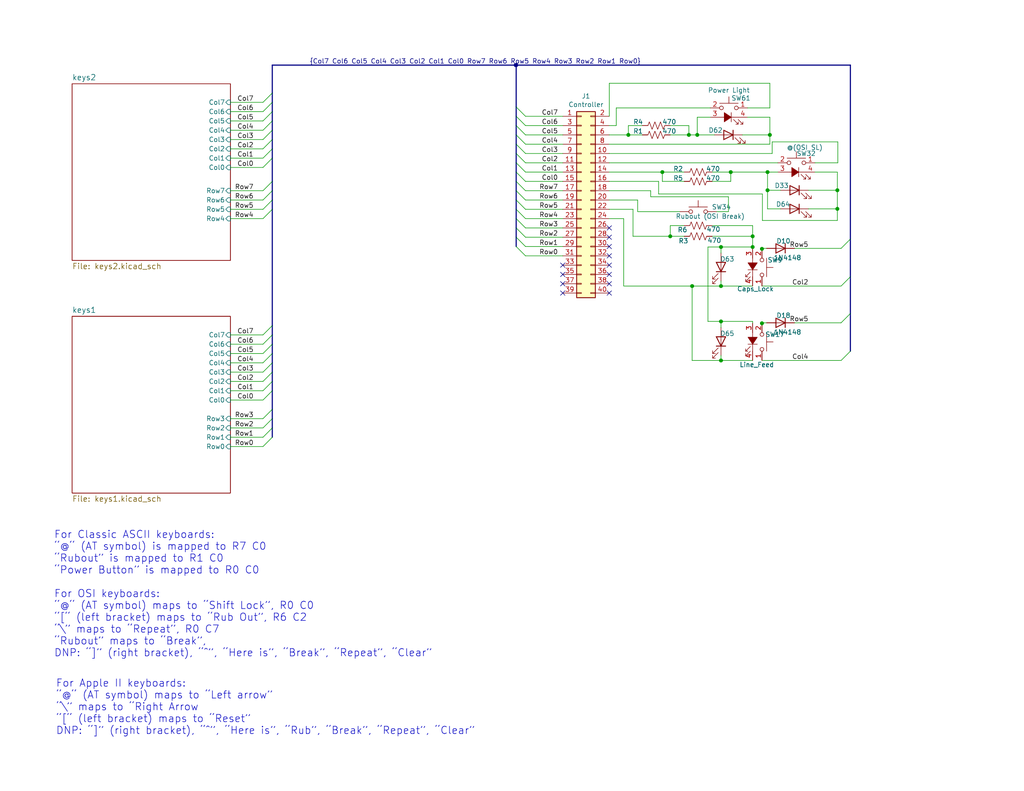
<source format=kicad_sch>
(kicad_sch (version 20211123) (generator eeschema)
  (paper "USLetter")
  (title_block (title "Unified Retro Keyboard") (date "2022-04-09") (rev "1.13") (company "OSIWeb.org") (comment 1 "Main sheet with connector"))
  (lib_symbols
    (symbol "Connector_Generic:Conn_02x20_Odd_Even" (pin_names (offset 1.016) hide)
      (property "Reference" "J" (at 1.27 25.4 0))
      (property "Value" "Conn_02x20_Odd_Even" (at 1.27 -27.94 0))
      (symbol "Conn_02x20_Odd_Even_1_1"
        (rectangle (start -1.27 -25.273) (end 0 -25.527) (stroke (width 0.1524)))
        (rectangle (start -1.27 -22.733) (end 0 -22.987) (stroke (width 0.1524)))
        (rectangle (start -1.27 -20.193) (end 0 -20.447) (stroke (width 0.1524)))
        (rectangle (start -1.27 -17.653) (end 0 -17.907) (stroke (width 0.1524)))
        (rectangle (start -1.27 -15.113) (end 0 -15.367) (stroke (width 0.1524)))
        (rectangle (start -1.27 -12.573) (end 0 -12.827) (stroke (width 0.1524)))
        (rectangle (start -1.27 -10.033) (end 0 -10.287) (stroke (width 0.1524)))
        (rectangle (start -1.27 -7.493) (end 0 -7.747) (stroke (width 0.1524)))
        (rectangle (start -1.27 -4.953) (end 0 -5.207) (stroke (width 0.1524)))
        (rectangle (start -1.27 -2.413) (end 0 -2.667) (stroke (width 0.1524)))
        (rectangle (start -1.27 0.127) (end 0 -0.127) (stroke (width 0.1524)))
        (rectangle (start -1.27 2.667) (end 0 2.413) (stroke (width 0.1524)))
        (rectangle (start -1.27 5.207) (end 0 4.953) (stroke (width 0.1524)))
        (rectangle (start -1.27 7.747) (end 0 7.493) (stroke (width 0.1524)))
        (rectangle (start -1.27 10.287) (end 0 10.033) (stroke (width 0.1524)))
        (rectangle (start -1.27 12.827) (end 0 12.573) (stroke (width 0.1524)))
        (rectangle (start -1.27 15.367) (end 0 15.113) (stroke (width 0.1524)))
        (rectangle (start -1.27 17.907) (end 0 17.653) (stroke (width 0.1524)))
        (rectangle (start -1.27 20.447) (end 0 20.193) (stroke (width 0.1524)))
        (rectangle (start -1.27 22.987) (end 0 22.733) (stroke (width 0.1524)))
        (rectangle (start -1.27 24.13) (end 3.81 -26.67) (stroke (width 0.254)) (fill (type background)))
        (rectangle (start 3.81 -25.273) (end 2.54 -25.527) (stroke (width 0.1524)))
        (rectangle (start 3.81 -22.733) (end 2.54 -22.987) (stroke (width 0.1524)))
        (rectangle (start 3.81 -20.193) (end 2.54 -20.447) (stroke (width 0.1524)))
        (rectangle (start 3.81 -17.653) (end 2.54 -17.907) (stroke (width 0.1524)))
        (rectangle (start 3.81 -15.113) (end 2.54 -15.367) (stroke (width 0.1524)))
        (rectangle (start 3.81 -12.573) (end 2.54 -12.827) (stroke (width 0.1524)))
        (rectangle (start 3.81 -10.033) (end 2.54 -10.287) (stroke (width 0.1524)))
        (rectangle (start 3.81 -7.493) (end 2.54 -7.747) (stroke (width 0.1524)))
        (rectangle (start 3.81 -4.953) (end 2.54 -5.207) (stroke (width 0.1524)))
        (rectangle (start 3.81 -2.413) (end 2.54 -2.667) (stroke (width 0.1524)))
        (rectangle (start 3.81 0.127) (end 2.54 -0.127) (stroke (width 0.1524)))
        (rectangle (start 3.81 2.667) (end 2.54 2.413) (stroke (width 0.1524)))
        (rectangle (start 3.81 5.207) (end 2.54 4.953) (stroke (width 0.1524)))
        (rectangle (start 3.81 7.747) (end 2.54 7.493) (stroke (width 0.1524)))
        (rectangle (start 3.81 10.287) (end 2.54 10.033) (stroke (width 0.1524)))
        (rectangle (start 3.81 12.827) (end 2.54 12.573) (stroke (width 0.1524)))
        (rectangle (start 3.81 15.367) (end 2.54 15.113) (stroke (width 0.1524)))
        (rectangle (start 3.81 17.907) (end 2.54 17.653) (stroke (width 0.1524)))
        (rectangle (start 3.81 20.447) (end 2.54 20.193) (stroke (width 0.1524)))
        (rectangle (start 3.81 22.987) (end 2.54 22.733) (stroke (width 0.1524)))
        (pin passive line (at -5.08 22.86 0) (length 3.81) (name "Pin_1") (number "1"))
        (pin passive line (at 7.62 12.7 180) (length 3.81) (name "Pin_10") (number "10"))
        (pin passive line (at -5.08 10.16 0) (length 3.81) (name "Pin_11") (number "11"))
        (pin passive line (at 7.62 10.16 180) (length 3.81) (name "Pin_12") (number "12"))
        (pin passive line (at -5.08 7.62 0) (length 3.81) (name "Pin_13") (number "13"))
        (pin passive line (at 7.62 7.62 180) (length 3.81) (name "Pin_14") (number "14"))
        (pin passive line (at -5.08 5.08 0) (length 3.81) (name "Pin_15") (number "15"))
        (pin passive line (at 7.62 5.08 180) (length 3.81) (name "Pin_16") (number "16"))
        (pin passive line (at -5.08 2.54 0) (length 3.81) (name "Pin_17") (number "17"))
        (pin passive line (at 7.62 2.54 180) (length 3.81) (name "Pin_18") (number "18"))
        (pin passive line (at -5.08 0 0) (length 3.81) (name "Pin_19") (number "19"))
        (pin passive line (at 7.62 22.86 180) (length 3.81) (name "Pin_2") (number "2"))
        (pin passive line (at 7.62 0 180) (length 3.81) (name "Pin_20") (number "20"))
        (pin passive line (at -5.08 -2.54 0) (length 3.81) (name "Pin_21") (number "21"))
        (pin passive line (at 7.62 -2.54 180) (length 3.81) (name "Pin_22") (number "22"))
        (pin passive line (at -5.08 -5.08 0) (length 3.81) (name "Pin_23") (number "23"))
        (pin passive line (at 7.62 -5.08 180) (length 3.81) (name "Pin_24") (number "24"))
        (pin passive line (at -5.08 -7.62 0) (length 3.81) (name "Pin_25") (number "25"))
        (pin passive line (at 7.62 -7.62 180) (length 3.81) (name "Pin_26") (number "26"))
        (pin passive line (at -5.08 -10.16 0) (length 3.81) (name "Pin_27") (number "27"))
        (pin passive line (at 7.62 -10.16 180) (length 3.81) (name "Pin_28") (number "28"))
        (pin passive line (at -5.08 -12.7 0) (length 3.81) (name "Pin_29") (number "29"))
        (pin passive line (at -5.08 20.32 0) (length 3.81) (name "Pin_3") (number "3"))
        (pin passive line (at 7.62 -12.7 180) (length 3.81) (name "Pin_30") (number "30"))
        (pin passive line (at -5.08 -15.24 0) (length 3.81) (name "Pin_31") (number "31"))
        (pin passive line (at 7.62 -15.24 180) (length 3.81) (name "Pin_32") (number "32"))
        (pin passive line (at -5.08 -17.78 0) (length 3.81) (name "Pin_33") (number "33"))
        (pin passive line (at 7.62 -17.78 180) (length 3.81) (name "Pin_34") (number "34"))
        (pin passive line (at -5.08 -20.32 0) (length 3.81) (name "Pin_35") (number "35"))
        (pin passive line (at 7.62 -20.32 180) (length 3.81) (name "Pin_36") (number "36"))
        (pin passive line (at -5.08 -22.86 0) (length 3.81) (name "Pin_37") (number "37"))
        (pin passive line (at 7.62 -22.86 180) (length 3.81) (name "Pin_38") (number "38"))
        (pin passive line (at -5.08 -25.4 0) (length 3.81) (name "Pin_39") (number "39"))
        (pin passive line (at 7.62 20.32 180) (length 3.81) (name "Pin_4") (number "4"))
        (pin passive line (at 7.62 -25.4 180) (length 3.81) (name "Pin_40") (number "40"))
        (pin passive line (at -5.08 17.78 0) (length 3.81) (name "Pin_5") (number "5"))
        (pin passive line (at 7.62 17.78 180) (length 3.81) (name "Pin_6") (number "6"))
        (pin passive line (at -5.08 15.24 0) (length 3.81) (name "Pin_7") (number "7"))
        (pin passive line (at 7.62 15.24 180) (length 3.81) (name "Pin_8") (number "8"))
        (pin passive line (at -5.08 12.7 0) (length 3.81) (name "Pin_9") (number "9"))
      )
    )
    (symbol "Device:LED" (pin_numbers hide) (pin_names (offset 1.016) hide)
      (property "Reference" "D" (at 0 2.54 0))
      (property "Value" "LED" (at 0 -2.54 0))
      (symbol "LED_0_1"
        (polyline (pts (xy -1.27 -1.27) (xy -1.27 1.27)) (stroke (width 0.254)))
        (polyline (pts (xy -1.27 0) (xy 1.27 0)))
        (polyline (pts (xy 1.27 -1.27) (xy 1.27 1.27) (xy -1.27 0) (xy 1.27 -1.27)) (stroke (width 0.254)))
        (polyline (pts (xy -3.048 -0.762) (xy -4.572 -2.286) (xy -3.81 -2.286) (xy -4.572 -2.286) (xy -4.572 -1.524)))
        (polyline (pts (xy -1.778 -0.762) (xy -3.302 -2.286) (xy -2.54 -2.286) (xy -3.302 -2.286) (xy -3.302 -1.524)))
      )
      (symbol "LED_1_1"
        (pin passive line (at -3.81 0 0) (length 2.54) (name "K") (number "1"))
        (pin passive line (at 3.81 0 180) (length 2.54) (name "A") (number "2"))
      )
    )
    (symbol "Device:R_US" (pin_numbers hide) (pin_names (offset 0))
      (property "Reference" "R" (at 2.54 0 90))
      (property "Value" "R_US" (at -2.54 0 90))
      (symbol "R_US_0_1"
        (polyline (pts (xy 0 -2.286) (xy 0 -2.54)))
        (polyline (pts (xy 0 2.286) (xy 0 2.54)))
        (polyline (pts (xy 0 -0.762) (xy 1.016 -1.143) (xy 0 -1.524) (xy -1.016 -1.905) (xy 0 -2.286)))
        (polyline (pts (xy 0 0.762) (xy 1.016 0.381) (xy 0 0) (xy -1.016 -0.381) (xy 0 -0.762)))
        (polyline (pts (xy 0 2.286) (xy 1.016 1.905) (xy 0 1.524) (xy -1.016 1.143) (xy 0 0.762)))
      )
      (symbol "R_US_1_1"
        (pin passive line (at 0 3.81 270) (length 1.27) (name "~") (number "1"))
        (pin passive line (at 0 -3.81 90) (length 1.27) (name "~") (number "2"))
      )
    )
    (symbol "Switch:SW_Push" (pin_numbers hide) (pin_names (offset 1.016) hide)
      (property "Reference" "SW" (at 1.27 2.54 0))
      (property "Value" "SW_Push" (at 0 -1.524 0))
      (symbol "SW_Push_0_1"
        (circle (center -2.032 0) (radius 0.508))
        (polyline (pts (xy 0 1.27) (xy 0 3.048)))
        (polyline (pts (xy 2.54 1.27) (xy -2.54 1.27)))
        (circle (center 2.032 0) (radius 0.508))
        (pin passive line (at -5.08 0 0) (length 2.54) (name "1") (number "1"))
        (pin passive line (at 5.08 0 180) (length 2.54) (name "2") (number "2"))
      )
    )
    (symbol "unikbd:SW_Push_LED" (pin_names (offset 1.016) hide)
      (property "Reference" "SW" (at -0.635 5.715 0))
      (property "Value" "SW_Push_LED" (at 0 -3.175 0))
      (symbol "SW_Push_LED_0_0"
        (polyline (pts (xy 0.635 1.27) (xy 0.635 -1.27)))
        (polyline (pts (xy 2.54 -1.905) (xy 1.27 -0.635)))
        (polyline (pts (xy 2.54 0) (xy -2.54 0)))
        (polyline (pts (xy 3.81 -1.905) (xy 2.54 -0.635)))
        (polyline (pts (xy 2.54 -1.27) (xy 2.54 -1.905) (xy 1.905 -1.905)))
        (polyline (pts (xy 3.81 -1.27) (xy 3.81 -1.905) (xy 3.175 -1.905)))
        (polyline (pts (xy 0.635 0) (xy -1.27 1.27) (xy -1.27 -1.27) (xy 0.635 0)) (fill (type outline)))
      )
      (symbol "SW_Push_LED_0_1"
        (circle (center -2.032 2.54) (radius 0.508))
        (polyline (pts (xy -2.54 3.81) (xy 2.54 3.81)))
        (polyline (pts (xy 0 3.81) (xy 0 5.588)))
        (circle (center 2.032 2.54) (radius 0.508))
        (pin passive line (at 5.08 2.54 180) (length 2.54) (name "1") (number "1"))
        (pin passive line (at -5.08 2.54 0) (length 2.54) (name "2") (number "2"))
        (pin passive line (at -5.08 0 0) (length 2.54) (name "3") (number "3"))
        (pin passive line (at 5.08 0 180) (length 2.54) (name "4") (number "4"))
      )
    )
    (symbol "unikbd:diode-combined" (pin_numbers hide) (pin_names (offset 1.016) hide)
      (property "Reference" "D" (at 0 2.54 0))
      (property "Value" "diode-combined" (at 0 -2.54 0))
      (symbol "diode-combined_0_1"
        (polyline (pts (xy -1.27 1.27) (xy -1.27 -1.27)) (stroke (width 0.254)))
        (polyline (pts (xy 1.27 0) (xy -1.27 0)))
        (polyline (pts (xy 1.27 1.27) (xy 1.27 -1.27) (xy -1.27 0) (xy 1.27 1.27)) (stroke (width 0.254)))
      )
      (symbol "diode-combined_1_1"
        (pin passive line (at -3.81 0 0) (length 2.54) (name "K") (number "1"))
        (pin passive line (at 3.81 0 180) (length 2.54) (name "A") (number "2"))
      )
    )
  )
  (junction (at 182.88 64.516))
  (junction (at 196.723 67.437))
  (junction (at 180.721 46.99))
  (junction (at 199.39 46.99))
  (junction (at 140.843 17.78))
  (junction (at 209.423 46.99))
  (junction (at 228.473 51.943))
  (junction (at 171.45 36.83))
  (junction (at 209.423 51.943))
  (junction (at 205.359 67.437))
  (junction (at 187.96 36.83))
  (junction (at 207.899 88.265))
  (junction (at 196.723 78.105))
  (junction (at 188.849 78.105))
  (junction (at 205.359 64.516))
  (junction (at 196.723 87.757))
  (junction (at 228.473 57.023))
  (junction (at 190.246 36.83))
  (junction (at 207.899 67.945))
  (junction (at 140.716 17.78))
  (junction (at 210.058 36.83))
  (junction (at 196.723 98.425))
  (no_connect (at 166.243 64.77))
  (no_connect (at 166.243 74.93))
  (no_connect (at 166.243 62.23))
  (no_connect (at 153.543 72.39))
  (no_connect (at 166.243 72.39))
  (no_connect (at 153.543 74.93))
  (no_connect (at 153.543 80.01))
  (no_connect (at 153.543 77.47))
  (no_connect (at 166.243 77.47))
  (no_connect (at 166.243 69.85))
  (no_connect (at 166.243 67.31))
  (no_connect (at 166.243 80.01))
  (bus_entry (at 71.755 54.61) (size 2.54 -2.54))
  (bus_entry (at 71.755 33.02) (size 2.54 -2.54))
  (bus_entry (at 71.755 106.68) (size 2.54 -2.54))
  (bus_entry (at 229.489 98.425) (size 2.54 -2.54))
  (bus_entry (at 71.755 99.06) (size 2.54 -2.54))
  (bus_entry (at 71.755 57.15) (size 2.54 -2.54))
  (bus_entry (at 71.755 114.3) (size 2.54 -2.54))
  (bus_entry (at 143.383 69.85) (size -2.54 -2.54))
  (bus_entry (at 71.755 101.6) (size 2.54 -2.54))
  (bus_entry (at 71.755 96.52) (size 2.54 -2.54))
  (bus_entry (at 229.489 78.105) (size 2.54 -2.54))
  (bus_entry (at 71.755 52.07) (size 2.54 -2.54))
  (bus_entry (at 71.755 104.14) (size 2.54 -2.54))
  (bus_entry (at 71.755 93.98) (size 2.54 -2.54))
  (bus_entry (at 71.755 30.48) (size 2.54 -2.54))
  (bus_entry (at 71.755 43.18) (size 2.54 -2.54))
  (bus_entry (at 71.755 121.92) (size 2.54 -2.54))
  (bus_entry (at 71.755 38.1) (size 2.54 -2.54))
  (bus_entry (at 143.383 31.75) (size -2.54 -2.54))
  (bus_entry (at 143.383 34.29) (size -2.54 -2.54))
  (bus_entry (at 143.383 36.83) (size -2.54 -2.54))
  (bus_entry (at 143.383 39.37) (size -2.54 -2.54))
  (bus_entry (at 229.489 67.818) (size 2.54 -2.54))
  (bus_entry (at 71.755 109.22) (size 2.54 -2.54))
  (bus_entry (at 143.383 41.91) (size -2.54 -2.54))
  (bus_entry (at 143.383 64.77) (size -2.54 -2.54))
  (bus_entry (at 143.383 62.23) (size -2.54 -2.54))
  (bus_entry (at 143.383 44.45) (size -2.54 -2.54))
  (bus_entry (at 143.383 46.99) (size -2.54 -2.54))
  (bus_entry (at 143.383 49.53) (size -2.54 -2.54))
  (bus_entry (at 143.383 52.07) (size -2.54 -2.54))
  (bus_entry (at 143.383 57.15) (size -2.54 -2.54))
  (bus_entry (at 143.383 59.69) (size -2.54 -2.54))
  (bus_entry (at 143.383 67.31) (size -2.54 -2.54))
  (bus_entry (at 143.383 54.61) (size -2.54 -2.54))
  (bus_entry (at 71.755 91.44) (size 2.54 -2.54))
  (bus_entry (at 71.755 40.64) (size 2.54 -2.54))
  (bus_entry (at 71.755 45.72) (size 2.54 -2.54))
  (bus_entry (at 71.755 119.38) (size 2.54 -2.54))
  (bus_entry (at 71.755 59.69) (size 2.54 -2.54))
  (bus_entry (at 71.755 116.84) (size 2.54 -2.54))
  (bus_entry (at 229.489 88.138) (size 2.54 -2.54))
  (bus_entry (at 71.755 27.94) (size 2.54 -2.54))
  (bus_entry (at 71.755 35.56) (size 2.54 -2.54))
  (bus (pts (xy 74.295 93.98) (xy 74.295 96.52)))
  (bus (pts (xy 232.029 75.565) (xy 232.029 85.598)))
  (wire (pts (xy 182.88 34.29) (xy 187.96 34.29)))
  (bus (pts (xy 140.843 17.78) (xy 232.029 17.78)))
  (wire (pts (xy 180.721 49.53) (xy 180.721 46.99)))
  (wire (pts (xy 228.6 38.735) (xy 210.693 38.735)))
  (wire (pts (xy 196.723 89.408) (xy 196.723 87.757)))
  (wire (pts (xy 190.246 32.004) (xy 193.802 32.004)))
  (wire (pts (xy 209.423 57.023) (xy 209.423 51.943)))
  (wire (pts (xy 210.058 32.004) (xy 210.058 36.83)))
  (wire (pts (xy 62.865 43.18) (xy 71.755 43.18)))
  (wire (pts (xy 71.755 45.72) (xy 62.865 45.72)))
  (bus (pts (xy 140.843 62.23) (xy 140.843 64.77)))
  (bus (pts (xy 140.843 36.83) (xy 140.843 39.37)))
  (bus (pts (xy 74.295 88.9) (xy 74.295 91.44)))
  (wire (pts (xy 172.72 64.516) (xy 182.88 64.516)))
  (wire (pts (xy 210.058 29.464) (xy 203.962 29.464)))
  (wire (pts (xy 193.167 67.437) (xy 193.167 87.757)))
  (wire (pts (xy 168.148 29.464) (xy 193.802 29.464)))
  (wire (pts (xy 229.489 88.138) (xy 216.789 88.138)))
  (wire (pts (xy 71.755 109.22) (xy 62.865 109.22)))
  (wire (pts (xy 207.899 88.138) (xy 207.899 88.265)))
  (wire (pts (xy 173.99 54.61) (xy 166.243 54.61)))
  (wire (pts (xy 166.243 46.99) (xy 180.721 46.99)))
  (bus (pts (xy 232.029 17.78) (xy 232.029 65.278)))
  (bus (pts (xy 74.295 40.64) (xy 74.295 43.18)))
  (wire (pts (xy 228.6 44.45) (xy 228.6 38.735)))
  (wire (pts (xy 196.723 78.105) (xy 205.359 78.105)))
  (wire (pts (xy 71.755 54.61) (xy 62.865 54.61)))
  (wire (pts (xy 71.755 30.48) (xy 62.865 30.48)))
  (wire (pts (xy 194.945 36.83) (xy 190.246 36.83)))
  (wire (pts (xy 187.96 36.83) (xy 190.246 36.83)))
  (wire (pts (xy 228.473 51.943) (xy 228.473 46.99)))
  (bus (pts (xy 74.295 17.78) (xy 140.716 17.78)))
  (bus (pts (xy 140.843 41.91) (xy 140.843 44.45)))
  (bus (pts (xy 140.843 57.15) (xy 140.843 59.69)))
  (wire (pts (xy 212.979 57.023) (xy 209.423 57.023)))
  (wire (pts (xy 196.723 87.757) (xy 205.359 87.757)))
  (wire (pts (xy 202.565 36.83) (xy 210.058 36.83)))
  (wire (pts (xy 228.473 46.99) (xy 222.377 46.99)))
  (bus (pts (xy 74.295 96.52) (xy 74.295 99.06)))
  (wire (pts (xy 166.243 44.45) (xy 212.217 44.45)))
  (wire (pts (xy 143.383 34.29) (xy 153.543 34.29)))
  (wire (pts (xy 210.058 36.83) (xy 210.058 39.37)))
  (wire (pts (xy 171.45 36.83) (xy 175.26 36.83)))
  (wire (pts (xy 229.489 67.818) (xy 216.789 67.818)))
  (wire (pts (xy 187.96 34.29) (xy 187.96 36.83)))
  (wire (pts (xy 62.865 96.52) (xy 71.755 96.52)))
  (wire (pts (xy 179.705 52.959) (xy 208.026 52.959)))
  (bus (pts (xy 140.843 54.61) (xy 140.843 57.15)))
  (wire (pts (xy 71.755 35.56) (xy 62.865 35.56)))
  (wire (pts (xy 71.755 99.06) (xy 62.865 99.06)))
  (bus (pts (xy 140.843 31.75) (xy 140.843 34.29)))
  (bus (pts (xy 232.029 85.598) (xy 232.029 95.885)))
  (wire (pts (xy 166.243 34.29) (xy 168.148 34.29)))
  (wire (pts (xy 186.69 49.53) (xy 180.721 49.53)))
  (wire (pts (xy 166.243 39.37) (xy 210.058 39.37)))
  (wire (pts (xy 62.865 119.38) (xy 71.755 119.38)))
  (bus (pts (xy 74.295 30.48) (xy 74.295 33.02)))
  (wire (pts (xy 179.705 49.53) (xy 179.705 52.959)))
  (wire (pts (xy 166.243 31.75) (xy 166.243 22.733)))
  (wire (pts (xy 196.723 98.425) (xy 205.359 98.425)))
  (wire (pts (xy 209.423 51.943) (xy 212.979 51.943)))
  (wire (pts (xy 62.865 57.15) (xy 71.755 57.15)))
  (wire (pts (xy 166.243 57.15) (xy 172.72 57.15)))
  (wire (pts (xy 180.721 46.99) (xy 186.69 46.99)))
  (wire (pts (xy 220.599 57.023) (xy 228.473 57.023)))
  (wire (pts (xy 196.723 69.088) (xy 196.723 67.437)))
  (bus (pts (xy 74.295 27.94) (xy 74.295 30.48)))
  (wire (pts (xy 194.31 61.595) (xy 205.359 61.595)))
  (bus (pts (xy 74.295 111.76) (xy 74.295 114.3)))
  (wire (pts (xy 62.865 52.07) (xy 71.755 52.07)))
  (bus (pts (xy 140.843 29.21) (xy 140.843 31.75)))
  (wire (pts (xy 71.755 104.14) (xy 62.865 104.14)))
  (wire (pts (xy 153.543 52.07) (xy 143.383 52.07)))
  (wire (pts (xy 210.058 22.733) (xy 210.058 29.464)))
  (bus (pts (xy 74.295 91.44) (xy 74.295 93.98)))
  (wire (pts (xy 153.543 39.37) (xy 143.383 39.37)))
  (wire (pts (xy 190.246 36.83) (xy 190.246 32.004)))
  (wire (pts (xy 143.383 44.45) (xy 153.543 44.45)))
  (wire (pts (xy 182.88 36.83) (xy 187.96 36.83)))
  (wire (pts (xy 199.39 49.53) (xy 199.39 46.99)))
  (wire (pts (xy 166.243 36.83) (xy 171.45 36.83)))
  (bus (pts (xy 140.843 49.53) (xy 140.843 52.07)))
  (bus (pts (xy 74.295 101.6) (xy 74.295 104.14)))
  (wire (pts (xy 209.423 46.99) (xy 212.217 46.99)))
  (bus (pts (xy 74.295 106.68) (xy 74.295 111.76)))
  (wire (pts (xy 194.31 46.99) (xy 199.39 46.99)))
  (wire (pts (xy 209.423 46.99) (xy 209.423 51.943)))
  (wire (pts (xy 220.599 51.943) (xy 228.473 51.943)))
  (wire (pts (xy 198.755 57.785) (xy 195.58 57.785)))
  (wire (pts (xy 143.383 64.77) (xy 153.543 64.77)))
  (wire (pts (xy 168.148 34.29) (xy 168.148 29.464)))
  (wire (pts (xy 153.543 31.75) (xy 143.383 31.75)))
  (wire (pts (xy 207.899 78.105) (xy 229.489 78.105)))
  (wire (pts (xy 199.39 46.99) (xy 209.423 46.99)))
  (wire (pts (xy 194.31 49.53) (xy 199.39 49.53)))
  (wire (pts (xy 166.243 41.91) (xy 210.693 41.91)))
  (bus (pts (xy 140.716 17.78) (xy 140.843 17.78)))
  (wire (pts (xy 193.167 87.757) (xy 196.723 87.757)))
  (wire (pts (xy 170.18 59.69) (xy 170.18 78.105)))
  (wire (pts (xy 153.543 41.91) (xy 143.383 41.91)))
  (wire (pts (xy 196.723 67.437) (xy 193.167 67.437)))
  (wire (pts (xy 153.543 62.23) (xy 143.383 62.23)))
  (wire (pts (xy 153.543 57.15) (xy 143.383 57.15)))
  (wire (pts (xy 143.383 54.61) (xy 153.543 54.61)))
  (wire (pts (xy 71.755 40.64) (xy 62.865 40.64)))
  (wire (pts (xy 62.865 27.94) (xy 71.755 27.94)))
  (bus (pts (xy 74.295 43.18) (xy 74.295 49.53)))
  (wire (pts (xy 171.45 34.29) (xy 175.26 34.29)))
  (wire (pts (xy 143.383 69.85) (xy 153.543 69.85)))
  (wire (pts (xy 185.42 57.785) (xy 173.99 57.785)))
  (bus (pts (xy 74.295 57.15) (xy 74.295 88.9)))
  (wire (pts (xy 196.723 76.708) (xy 196.723 78.105)))
  (wire (pts (xy 198.755 53.721) (xy 198.755 57.785)))
  (wire (pts (xy 205.359 64.516) (xy 205.359 61.595)))
  (wire (pts (xy 205.359 87.757) (xy 205.359 88.265)))
  (wire (pts (xy 207.899 98.425) (xy 229.489 98.425)))
  (wire (pts (xy 205.359 67.437) (xy 205.359 67.945)))
  (wire (pts (xy 194.31 64.516) (xy 205.359 64.516)))
  (wire (pts (xy 62.865 101.6) (xy 71.755 101.6)))
  (wire (pts (xy 62.865 91.44) (xy 71.755 91.44)))
  (bus (pts (xy 74.295 52.07) (xy 74.295 54.61)))
  (bus (pts (xy 74.295 17.78) (xy 74.295 25.4)))
  (bus (pts (xy 74.295 114.3) (xy 74.295 116.84)))
  (wire (pts (xy 182.88 61.595) (xy 182.88 64.516)))
  (bus (pts (xy 140.843 52.07) (xy 140.843 54.61)))
  (wire (pts (xy 62.865 33.02) (xy 71.755 33.02)))
  (wire (pts (xy 196.723 67.437) (xy 205.359 67.437)))
  (bus (pts (xy 74.295 54.61) (xy 74.295 57.15)))
  (wire (pts (xy 166.243 52.07) (xy 177.546 52.07)))
  (bus (pts (xy 74.295 104.14) (xy 74.295 106.68)))
  (wire (pts (xy 188.849 98.425) (xy 188.849 78.105)))
  (wire (pts (xy 153.543 46.99) (xy 143.383 46.99)))
  (wire (pts (xy 71.755 116.84) (xy 62.865 116.84)))
  (wire (pts (xy 62.865 38.1) (xy 71.755 38.1)))
  (wire (pts (xy 196.723 97.028) (xy 196.723 98.425)))
  (bus (pts (xy 140.843 39.37) (xy 140.843 41.91)))
  (wire (pts (xy 166.243 59.69) (xy 170.18 59.69)))
  (wire (pts (xy 186.69 61.595) (xy 182.88 61.595)))
  (wire (pts (xy 177.546 53.721) (xy 198.755 53.721)))
  (bus (pts (xy 74.295 116.84) (xy 74.295 119.38)))
  (wire (pts (xy 188.849 98.425) (xy 196.723 98.425)))
  (bus (pts (xy 140.843 59.69) (xy 140.843 62.23)))
  (wire (pts (xy 153.543 36.83) (xy 143.383 36.83)))
  (wire (pts (xy 182.88 64.516) (xy 186.69 64.516)))
  (wire (pts (xy 228.473 60.198) (xy 228.473 57.023)))
  (bus (pts (xy 74.295 38.1) (xy 74.295 40.64)))
  (wire (pts (xy 210.058 32.004) (xy 203.962 32.004)))
  (wire (pts (xy 210.693 38.735) (xy 210.693 41.91)))
  (wire (pts (xy 208.026 52.959) (xy 208.026 60.198)))
  (wire (pts (xy 228.473 57.023) (xy 228.473 51.943)))
  (wire (pts (xy 170.18 78.105) (xy 188.849 78.105)))
  (wire (pts (xy 166.243 49.53) (xy 179.705 49.53)))
  (wire (pts (xy 143.383 67.31) (xy 153.543 67.31)))
  (wire (pts (xy 188.849 78.105) (xy 196.723 78.105)))
  (wire (pts (xy 71.755 121.92) (xy 62.865 121.92)))
  (bus (pts (xy 74.295 33.02) (xy 74.295 35.56)))
  (bus (pts (xy 74.295 35.56) (xy 74.295 38.1)))
  (bus (pts (xy 140.843 34.29) (xy 140.843 36.83)))
  (bus (pts (xy 140.843 17.78) (xy 140.843 29.21)))
  (wire (pts (xy 205.359 64.516) (xy 205.359 67.437)))
  (bus (pts (xy 232.029 65.278) (xy 232.029 75.565)))
  (wire (pts (xy 208.026 60.198) (xy 228.473 60.198)))
  (wire (pts (xy 143.383 59.69) (xy 153.543 59.69)))
  (bus (pts (xy 140.843 64.77) (xy 140.843 67.31)))
  (wire (pts (xy 222.377 44.45) (xy 228.6 44.45)))
  (bus (pts (xy 74.295 25.4) (xy 74.295 27.94)))
  (wire (pts (xy 143.383 49.53) (xy 153.543 49.53)))
  (wire (pts (xy 71.755 93.98) (xy 62.865 93.98)))
  (bus (pts (xy 140.843 44.45) (xy 140.843 46.99)))
  (wire (pts (xy 62.865 114.3) (xy 71.755 114.3)))
  (wire (pts (xy 172.72 57.15) (xy 172.72 64.516)))
  (wire (pts (xy 207.899 67.818) (xy 207.899 67.945)))
  (wire (pts (xy 166.243 22.733) (xy 210.058 22.733)))
  (wire (pts (xy 171.45 36.83) (xy 171.45 34.29)))
  (bus (pts (xy 74.295 99.06) (xy 74.295 101.6)))
  (bus (pts (xy 140.843 46.99) (xy 140.843 49.53)))
  (wire (pts (xy 71.755 59.69) (xy 62.865 59.69)))
  (wire (pts (xy 62.865 106.68) (xy 71.755 106.68)))
  (wire (pts (xy 177.546 52.07) (xy 177.546 53.721)))
  (wire (pts (xy 209.169 88.138) (xy 207.899 88.138)))
  (bus (pts (xy 74.295 49.53) (xy 74.295 52.07)))
  (wire (pts (xy 209.169 67.818) (xy 207.899 67.818)))
  (wire (pts (xy 173.99 57.785) (xy 173.99 54.61)))
  (text "For Apple II keyboards:\n“@“ (AT symbol) maps to “Left arrow”\n“\\” maps to “Right Arrow\n“[“ (left bracket) maps to “Reset”\nDNP: “]” (right bracket), “^”, “Here is”, “Rub”, “Break”, “Repeat”, “Clear”" (at 15.24 200.787 0) (effects (font (size 2.0066 2.0066)) (justify left bottom)))
  (text "For OSI keyboards:\n“@“ (AT symbol) maps to “Shift Lock”, R0 C0\n“[“ (left bracket) maps to “Rub Out”, R6 C2\n“\\” maps to “Repeat”, R0 C7\n“Rubout” maps to “Break”, \nDNP: “]” (right bracket), “^”, “Here is”, “Break”, “Repeat”, “Clear”" (at 14.732 179.578 0) (effects (font (size 2.0066 2.0066)) (justify left bottom)))
  (text "For Classic ASCII keyboards:\n“@“ (AT symbol) is mapped to R7 C0\n“Rubout” is mapped to R1 C0\n“Power Button” is mapped to R0 C0\n" (at 14.732 156.972 0) (effects (font (size 2.0066 2.0066)) (justify left bottom)))
  (label "Col0" (at 69.215 109.22 180))
  (label "Row5" (at 220.599 67.818 180))
  (label "Row6" (at 152.273 54.61 180))
  (label "Row6" (at 69.215 54.61 180))
  (label "Col3" (at 69.215 101.6 180))
  (label "Col3" (at 69.215 38.1 180))
  (label "Col2" (at 220.599 78.105 180))
  (label "Row5" (at 69.215 57.15 180))
  (label "Col2" (at 69.215 104.14 180))
  (label "Col3" (at 152.273 41.91 180))
  (label "{Col7 Col6 Col5 Col4 Col3 Col2 Col1 Col0 Row7 Row6 Row5 Row4 Row3 Row2 Row1 Row0}" (at 84.455 17.78 0))
  (label "Row0" (at 69.215 121.92 180))
  (label "Col4" (at 220.599 98.425 180))
  (label "Col5" (at 69.215 96.52 180))
  (label "Row1" (at 69.215 119.38 180))
  (label "Col7" (at 152.273 31.75 180))
  (label "Col1" (at 152.273 46.99 180))
  (label "Col6" (at 152.273 34.29 180))
  (label "Row1" (at 152.273 67.31 180))
  (label "Row7" (at 69.215 52.07 180))
  (label "Col2" (at 152.273 44.45 180))
  (label "Col5" (at 152.273 36.83 180))
  (label "Col2" (at 69.215 40.64 180))
  (label "Col4" (at 69.215 99.06 180))
  (label "Col0" (at 69.215 45.72 180))
  (label "Col4" (at 152.273 39.37 180))
  (label "Col1" (at 69.215 43.18 180))
  (label "Row4" (at 152.273 59.69 180))
  (label "Row5" (at 220.599 88.138 180))
  (label "Row2" (at 152.273 64.77 180))
  (label "Row5" (at 152.273 57.15 180))
  (label "Col6" (at 69.215 30.48 180))
  (label "Row2" (at 69.215 116.84 180))
  (label "Col1" (at 69.215 106.68 180))
  (label "Row7" (at 152.273 52.07 180))
  (label "Col4" (at 69.215 35.56 180))
  (label "Row0" (at 152.273 69.85 180))
  (label "Row3" (at 152.273 62.23 180))
  (label "Col6" (at 69.215 93.98 180))
  (label "Col0" (at 152.273 49.53 180))
  (label "Col5" (at 69.215 33.02 180))
  (label "Col7" (at 69.215 27.94 180))
  (label "Row3" (at 69.215 114.3 180))
  (label "Row4" (at 69.215 59.69 180))
  (label "Col7" (at 69.215 91.44 180))
  (symbol (lib_id "Connector_Generic:Conn_02x20_Odd_Even") (at 158.623 54.61 0) (unit 1)
    (property "Reference" "J1" (at 159.893 26.2382 0))
    (property "Value" "Controller" (at 159.893 28.5496 0))
    (property "Footprint" "unikbd:kbd_header_and_mounting_holes" (effects hide))
    (property "Fitted" "YES" (effects hide))
    (property "Substitution OK" " YES " (effects hide))
    (property "Comment" "20x2 0.1\" socket header. Mount on bottom side" (effects hide))
  )
  (symbol (lib_id "Switch:SW_Push") (at 190.5 57.785 0) (mirror y) (unit 1)
    (property "Reference" "SW34" (at 196.85 56.515 0))
    (property "Value" "Rubout (OSI Break)" (at 193.802 59.055 0))
    (property "Footprint" "unikbd:Key_MX" (effects hide))
    (property "Comment" "Common to all layouts" (effects hide))
    (property "Fitted" "YES" (effects hide))
    (property "Substitution OK" "NO" (effects hide))
  )
  (symbol (lib_id "unikbd:SW_Push_LED") (at 205.359 73.025 270) (unit 1)
    (property "Reference" "SW9" (at 211.455 70.993 90))
    (property "Value" "Caps_Lock" (at 206.121 78.867 90))
    (property "Footprint" "unikbd:Key_MX_LED" (effects hide))
    (property "Fitted" "NO" (effects hide))
    (property "Substitution OK" "NO" (effects hide))
  )
  (symbol (lib_id "unikbd:diode-combined") (at 212.979 67.818 180) (unit 1)
    (property "Reference" "D10" (at 211.8106 65.8114 0) (effects (justify right)))
    (property "Value" "1N4148" (at 211.074 70.358 0) (effects (justify right)))
    (property "Footprint" "unikbd:diode-combined" (effects hide))
    (property "Datasheet" "https://assets.nexperia.com/documents/data-sheet/1N4148_1N4448.pdf" (effects hide))
    (property "Fitted" "YES" (effects hide))
    (property "Substitution OK" " YES " (effects hide))
    (property "Comment" "<1.25V forward voltage.  " (effects hide))
    (property "Manufacturer" "ON Semiconductor" (effects hide))
    (property "Manufacturer Part Number" "MMBD914LT3G " (effects hide))
    (property "Package" " SOT-23-3 " (effects hide))
    (property "LCSC" "C118751" (effects hide))
  )
  (symbol (lib_id "Device:LED") (at 216.789 51.943 0) (mirror y) (unit 1)
    (property "Reference" "D33" (at 211.328 50.673 0) (effects (justify right)))
    (property "Value" "LED" (effects hide))
    (property "Footprint" "LED_THT:LED_D5.0mm" (effects hide))
    (property "Fitted" "NO" (effects hide))
    (property "Substitution OK" " YES " (effects hide))
    (property "Comment" "3mm Through-hole LED, 0.1\" spacing" (effects hide))
  )
  (symbol (lib_id "Device:LED") (at 198.755 36.83 0) (mirror y) (unit 1)
    (property "Reference" "D62" (at 193.294 35.56 0) (effects (justify right)))
    (property "Value" "LED" (effects hide))
    (property "Footprint" "LED_THT:LED_D2.0mm_W4.8mm_H2.5mm_FlatTop" (effects hide))
    (property "Fitted" "NO" (effects hide))
    (property "Substitution OK" " YES " (effects hide))
    (property "Comment" "3mm Through-hole LED, 0.1\" spacing" (effects hide))
  )
  (symbol (lib_id "Device:LED") (at 196.723 72.898 270) (mirror x) (unit 1)
    (property "Reference" "D63" (at 200.406 70.739 90) (effects (justify right)))
    (property "Value" "LED" (effects hide))
    (property "Footprint" "LED_THT:LED_D2.0mm_W4.8mm_H2.5mm_FlatTop" (effects hide))
    (property "Fitted" "NO" (effects hide))
    (property "Substitution OK" " YES " (effects hide))
    (property "Comment" "3mm Through-hole LED, 0.1\" spacing" (effects hide))
  )
  (symbol (lib_id "unikbd:SW_Push_LED") (at 205.359 93.345 270) (unit 1)
    (property "Reference" "SW17" (at 211.455 91.313 90))
    (property "Value" "Line_Feed" (at 206.502 99.568 90))
    (property "Footprint" "unikbd:Key_MX_LED" (effects hide))
    (property "Comment" "Common to all layouts" (effects hide))
    (property "Fitted" "YES" (effects hide))
    (property "Substitution OK" "NO" (effects hide))
  )
  (symbol (lib_id "unikbd:diode-combined") (at 212.979 88.138 180) (unit 1)
    (property "Reference" "D18" (at 211.8106 86.1314 0) (effects (justify right)))
    (property "Value" "1N4148" (at 211.074 90.678 0) (effects (justify right)))
    (property "Footprint" "unikbd:diode-combined" (effects hide))
    (property "Datasheet" "https://assets.nexperia.com/documents/data-sheet/1N4148_1N4448.pdf" (effects hide))
    (property "Fitted" "YES" (effects hide))
    (property "Substitution OK" " YES " (effects hide))
    (property "Comment" "<1.25V forward voltage.  " (effects hide))
    (property "Manufacturer" "ON Semiconductor" (effects hide))
    (property "Manufacturer Part Number" "MMBD914LT3G " (effects hide))
    (property "Package" " SOT-23-3 " (effects hide))
    (property "LCSC" "C118751" (effects hide))
  )
  (symbol (lib_id "Device:LED") (at 216.789 57.023 0) (mirror y) (unit 1)
    (property "Reference" "D64" (at 211.709 55.753 0) (effects (justify right)))
    (property "Value" "LED" (effects hide))
    (property "Footprint" "LED_THT:LED_D2.0mm_W4.8mm_H2.5mm_FlatTop" (effects hide))
    (property "Fitted" "NO" (effects hide))
    (property "Substitution OK" " YES " (effects hide))
    (property "Comment" "3mm Through-hole LED, 0.1\" spacing" (effects hide))
  )
  (symbol (lib_id "unikbd:SW_Push_LED") (at 198.882 32.004 0) (unit 1)
    (property "Reference" "SW61" (at 202.184 26.797 0))
    (property "Value" "Power Light" (at 198.882 24.638 0))
    (property "Footprint" "unikbd:Key_MX_LED" (effects hide))
    (property "Fitted" "NO" (effects hide))
    (property "Substitution OK" "NO" (effects hide))
  )
  (symbol (lib_id "unikbd:SW_Push_LED") (at 217.297 46.99 0) (unit 1)
    (property "Reference" "SW32" (at 219.964 41.91 0))
    (property "Value" "@(OSI SL)" (at 219.583 40.259 0))
    (property "Footprint" "unikbd:Key_MX_LED" (effects hide))
    (property "Comment" "Common to all layouts" (effects hide))
    (property "Fitted" "YES" (effects hide))
    (property "Substitution OK" "NO" (effects hide))
  )
  (symbol (lib_id "Device:LED") (at 196.723 93.218 270) (mirror x) (unit 1)
    (property "Reference" "D65" (at 200.406 91.059 90) (effects (justify right)))
    (property "Value" "LED" (effects hide))
    (property "Footprint" "LED_THT:LED_D2.0mm_W4.8mm_H2.5mm_FlatTop" (effects hide))
    (property "Fitted" "NO" (effects hide))
    (property "Substitution OK" " YES " (effects hide))
    (property "Comment" "3mm Through-hole LED, 0.1\" spacing" (effects hide))
  )
  (symbol (lib_id "Device:R_US") (at 190.5 61.595 90) (unit 1)
    (property "Reference" "R6" (at 187.579 62.738 90) (effects (justify left)))
    (property "Value" "470" (at 196.596 62.611 90) (effects (justify left)))
    (property "Footprint" "Resistor_SMD:R_0805_2012Metric" (effects hide))
    (property "Datasheet" "https://industrial.panasonic.com/cdbs/www-data/pdf/RDA0000/DMA0000COL9.pdf~" (effects hide))
    (property "Comment" "If R4-R6 installed, then DNP R1-R3" (effects hide))
    (property "Fitted" "YES" (effects hide))
    (property "Manufacturer" "Panasonic" (effects hide))
    (property "Manufacturer Part Number" "ERJ-3EKF3300V" (effects hide))
    (property "Substitution OK" " YES " (effects hide))
    (property "tolerance" "1%" (effects hide))
    (property "LCSC" "C144560" (effects hide))
  )
  (symbol (lib_id "Device:R_US") (at 190.5 49.53 270) (unit 1)
    (property "Reference" "R5" (at 185.039 48.641 90))
    (property "Value" "470" (at 194.564 48.641 90))
    (property "Footprint" "Resistor_SMD:R_0805_2012Metric" (effects hide))
    (property "Datasheet" "https://industrial.panasonic.com/cdbs/www-data/pdf/RDA0000/DMA0000COL9.pdf~" (effects hide))
    (property "Comment" "If R4-R6 installed, then DNP R1-R3" (effects hide))
    (property "Fitted" "YES" (effects hide))
    (property "Manufacturer" "Panasonic" (effects hide))
    (property "Manufacturer Part Number" "ERJ-3EKF3300V" (effects hide))
    (property "Substitution OK" " YES " (effects hide))
    (property "tolerance" "1%" (effects hide))
    (property "LCSC" "C144560" (effects hide))
  )
  (symbol (lib_id "Device:R_US") (at 179.07 34.29 270) (unit 1)
    (property "Reference" "R4" (at 174.117 33.274 90))
    (property "Value" "470" (at 182.626 33.274 90))
    (property "Footprint" "Resistor_SMD:R_0805_2012Metric" (effects hide))
    (property "Datasheet" "https://industrial.panasonic.com/cdbs/www-data/pdf/RDA0000/DMA0000COL9.pdf~" (effects hide))
    (property "Comment" "If R4-R6 installed, then DNP R1-R3" (effects hide))
    (property "Fitted" "YES" (effects hide))
    (property "Manufacturer" "Panasonic" (effects hide))
    (property "Manufacturer Part Number" "ERJ-3EKF3300V" (effects hide))
    (property "Substitution OK" " YES " (effects hide))
    (property "tolerance" "1%" (effects hide))
    (property "LCSC" "C144560" (effects hide))
  )
  (symbol (lib_id "Device:R_US") (at 190.5 46.99 270) (unit 1)
    (property "Reference" "R2" (at 185.039 46.101 90))
    (property "Value" "470" (at 194.564 46.101 90))
    (property "Footprint" "Resistor_THT:R_Axial_DIN0207_L6.3mm_D2.5mm_P10.16mm_Horizontal" (effects hide))
    (property "Comment" "If R1-R3 installed, then DNP R4-R6" (effects hide))
    (property "Fitted" "NO" (effects hide))
    (property "Manufacturer" "Generic Through hole" (effects hide))
    (property "Substitution OK" " YES " (effects hide))
    (property "tolerance" "1%" (effects hide))
  )
  (symbol (lib_id "Device:R_US") (at 190.5 64.516 90) (unit 1)
    (property "Reference" "R3" (at 187.833 65.786 90) (effects (justify left)))
    (property "Value" "470" (at 196.85 65.659 90) (effects (justify left)))
    (property "Footprint" "Resistor_THT:R_Axial_DIN0207_L6.3mm_D2.5mm_P10.16mm_Horizontal" (effects hide))
    (property "Comment" "If R1-R3 installed, then DNP R4-R6" (effects hide))
    (property "Fitted" "NO" (effects hide))
    (property "Manufacturer" "Generic Through hole" (effects hide))
    (property "Substitution OK" " YES " (effects hide))
    (property "tolerance" "1%" (effects hide))
  )
  (symbol (lib_id "Device:R_US") (at 179.07 36.83 270) (unit 1)
    (property "Reference" "R1" (at 174.117 35.814 90))
    (property "Value" "470" (at 182.626 35.814 90))
    (property "Footprint" "Resistor_THT:R_Axial_DIN0207_L6.3mm_D2.5mm_P10.16mm_Horizontal" (effects hide))
    (property "Comment" "If R1-R3 installed, then DNP R4-R6" (effects hide))
    (property "Fitted" "NO" (effects hide))
    (property "Manufacturer" "Generic Through hole" (effects hide))
    (property "Substitution OK" " YES " (effects hide))
    (property "tolerance" "1%" (effects hide))
  )
  (sheet (at 19.685 86.36) (size 43.18 48.26)
    (property "Sheet name" "keys1" (at 19.685 85.5214 0) (effects (font (size 1.524 1.524)) (justify left bottom)))
    (property "Sheet file" "keys1.kicad_sch" (at 19.685 135.3062 0) (effects (font (size 1.524 1.524)) (justify left top)))
    (pin "Col0" input (at 62.865 109.22 0))
    (pin "Col1" input (at 62.865 106.68 0))
    (pin "Col2" input (at 62.865 104.14 0))
    (pin "Col3" input (at 62.865 101.6 0))
    (pin "Col4" input (at 62.865 99.06 0))
    (pin "Col5" input (at 62.865 96.52 0))
    (pin "Col6" input (at 62.865 93.98 0))
    (pin "Col7" input (at 62.865 91.44 0))
    (pin "Row0" input (at 62.865 121.92 0))
    (pin "Row1" input (at 62.865 119.38 0))
    (pin "Row2" input (at 62.865 116.84 0))
    (pin "Row3" input (at 62.865 114.3 0))
  )
  (sheet (at 19.685 22.86) (size 43.18 48.26)
    (property "Sheet name" "keys2" (at 19.685 22.0214 0) (effects (font (size 1.524 1.524)) (justify left bottom)))
    (property "Sheet file" "keys2.kicad_sch" (at 19.685 71.8062 0) (effects (font (size 1.524 1.524)) (justify left top)))
    (pin "Col0" input (at 62.865 45.72 0))
    (pin "Col1" input (at 62.865 43.18 0))
    (pin "Col2" input (at 62.865 40.64 0))
    (pin "Col3" input (at 62.865 38.1 0))
    (pin "Col4" input (at 62.865 35.56 0))
    (pin "Col5" input (at 62.865 33.02 0))
    (pin "Col6" input (at 62.865 30.48 0))
    (pin "Col7" input (at 62.865 27.94 0))
    (pin "Row4" input (at 62.865 59.69 0))
    (pin "Row5" input (at 62.865 57.15 0))
    (pin "Row6" input (at 62.865 54.61 0))
    (pin "Row7" input (at 62.865 52.07 0))
  )
)
</source>
